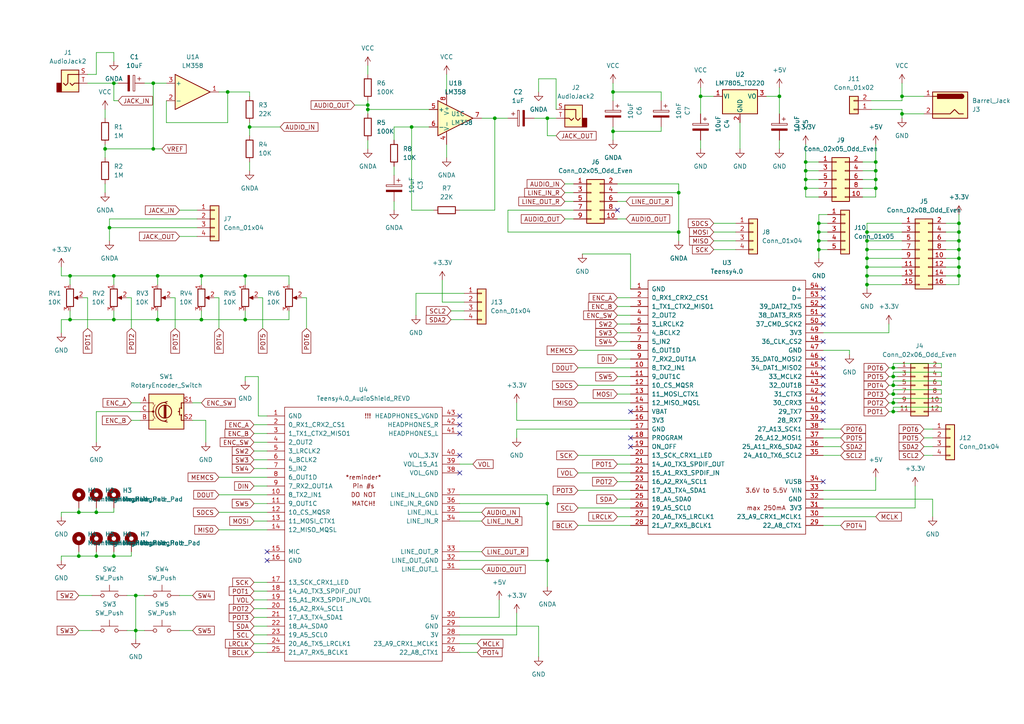
<source format=kicad_sch>
(kicad_sch (version 20230121) (generator eeschema)
  (paper "A4")
  (junction (at 106.68 31.75))
  (junction (at 251.46 67.31))
  (junction (at 254 49.53))
  (junction (at 39.37 172.72))
  (junction (at 251.46 80.01))
  (junction (at 44.45 24.13))
  (junction (at 66.04 26.67))
  (junction (at 20.32 92.71))
  (junction (at 158.75 146.05))
  (junction (at 44.45 43.18))
  (junction (at 45.72 92.71))
  (junction (at 31.75 66.04))
  (junction (at 196.85 67.31))
  (junction (at 27.94 161.29))
  (junction (at 278.13 74.93))
  (junction (at 254 54.61))
  (junction (at 33.02 92.71))
  (junction (at 233.68 49.53))
  (junction (at 196.85 55.88))
  (junction (at 259.08 109.22))
  (junction (at 58.42 92.71))
  (junction (at 251.46 69.85))
  (junction (at 143.51 34.29))
  (junction (at 20.32 80.01))
  (junction (at 30.48 43.18))
  (junction (at 158.75 34.29))
  (junction (at 237.49 69.85))
  (junction (at 203.2 27.94))
  (junction (at 278.13 80.01))
  (junction (at 261.62 33.02))
  (junction (at 177.8 26.67))
  (junction (at 278.13 67.31))
  (junction (at 226.06 27.94))
  (junction (at 233.68 46.99))
  (junction (at 177.8 38.1))
  (junction (at 254 52.07))
  (junction (at 45.72 80.01))
  (junction (at 237.49 67.31))
  (junction (at 259.08 106.68))
  (junction (at 278.13 72.39))
  (junction (at 71.12 92.71))
  (junction (at 233.68 54.61))
  (junction (at 106.68 30.48))
  (junction (at 33.02 161.29))
  (junction (at 254 46.99))
  (junction (at 119.38 36.83))
  (junction (at 27.94 148.59))
  (junction (at 278.13 64.77))
  (junction (at 237.49 72.39))
  (junction (at 71.12 80.01))
  (junction (at 158.75 162.56))
  (junction (at 39.37 182.88))
  (junction (at 259.08 116.84))
  (junction (at 33.02 80.01))
  (junction (at 251.46 74.93))
  (junction (at 22.86 148.59))
  (junction (at 22.86 161.29))
  (junction (at 251.46 77.47))
  (junction (at 278.13 69.85))
  (junction (at 58.42 80.01))
  (junction (at 259.08 111.76))
  (junction (at 251.46 82.55))
  (junction (at 278.13 77.47))
  (junction (at 259.08 114.3))
  (junction (at 251.46 72.39))
  (junction (at 233.68 52.07))
  (junction (at 259.08 119.38))
  (junction (at 33.02 24.13))
  (junction (at 72.39 36.83))
  (junction (at 261.62 27.94))
  (junction (at 237.49 64.77))
  (no_connect (at 238.76 104.14))
  (no_connect (at 238.76 114.3))
  (no_connect (at 238.76 86.36))
  (no_connect (at 238.76 88.9))
  (no_connect (at 238.76 83.82))
  (no_connect (at 238.76 93.98))
  (no_connect (at 179.07 60.96))
  (no_connect (at 182.88 119.38))
  (no_connect (at 182.88 129.54))
  (no_connect (at 238.76 116.84))
  (no_connect (at 133.35 123.19))
  (no_connect (at 238.76 111.76))
  (no_connect (at 238.76 109.22))
  (no_connect (at 238.76 119.38))
  (no_connect (at 238.76 121.92))
  (no_connect (at 77.47 162.56))
  (no_connect (at 238.76 106.68))
  (no_connect (at 133.35 132.08))
  (no_connect (at 133.35 137.16))
  (no_connect (at 238.76 139.7))
  (no_connect (at 182.88 127))
  (no_connect (at 238.76 91.44))
  (no_connect (at 77.47 160.02))
  (no_connect (at 133.35 120.65))
  (no_connect (at 133.35 125.73))
  (no_connect (at 238.76 99.06))
  (wire (pts (xy 39.37 182.88) (xy 39.37 185.42)))
  (wire (pts (xy 44.45 43.18) (xy 30.48 43.18)))
  (wire (pts (xy 83.82 80.01) (xy 83.82 82.55)))
  (wire (pts (xy 130.81 92.71) (xy 134.62 92.71)))
  (wire (pts (xy 179.07 88.9) (xy 182.88 88.9)))
  (wire (pts (xy 17.78 92.71) (xy 20.32 92.71)))
  (wire (pts (xy 273.05 109.22) (xy 273.05 107.95)))
  (wire (pts (xy 73.66 173.99) (xy 77.47 173.99)))
  (wire (pts (xy 72.39 36.83) (xy 72.39 39.37)))
  (wire (pts (xy 259.08 105.41) (xy 259.08 106.68)))
  (wire (pts (xy 41.91 172.72) (xy 39.37 172.72)))
  (wire (pts (xy 133.35 151.13) (xy 139.7 151.13)))
  (wire (pts (xy 267.97 124.46) (xy 270.51 124.46)))
  (wire (pts (xy 233.68 49.53) (xy 237.49 49.53)))
  (wire (pts (xy 72.39 46.99) (xy 72.39 49.53)))
  (wire (pts (xy 58.42 90.17) (xy 58.42 92.71)))
  (wire (pts (xy 48.26 35.56) (xy 66.04 35.56)))
  (wire (pts (xy 20.32 90.17) (xy 20.32 92.71)))
  (wire (pts (xy 73.66 146.05) (xy 77.47 146.05)))
  (wire (pts (xy 58.42 80.01) (xy 58.42 82.55)))
  (wire (pts (xy 257.81 119.38) (xy 259.08 119.38)))
  (wire (pts (xy 207.01 67.31) (xy 213.36 67.31)))
  (wire (pts (xy 106.68 31.75) (xy 124.46 31.75)))
  (wire (pts (xy 179.07 104.14) (xy 182.88 104.14)))
  (wire (pts (xy 251.46 72.39) (xy 261.62 72.39)))
  (wire (pts (xy 27.94 147.32) (xy 27.94 148.59)))
  (wire (pts (xy 133.35 186.69) (xy 138.43 186.69)))
  (wire (pts (xy 273.05 113.03) (xy 259.08 113.03)))
  (wire (pts (xy 273.05 118.11) (xy 259.08 118.11)))
  (wire (pts (xy 161.29 39.37) (xy 158.75 39.37)))
  (wire (pts (xy 63.5 148.59) (xy 77.47 148.59)))
  (wire (pts (xy 254 49.53) (xy 254 46.99)))
  (wire (pts (xy 163.83 53.34) (xy 166.37 53.34)))
  (wire (pts (xy 237.49 67.31) (xy 240.03 67.31)))
  (wire (pts (xy 45.72 80.01) (xy 45.72 82.55)))
  (wire (pts (xy 39.37 172.72) (xy 39.37 182.88)))
  (wire (pts (xy 257.81 96.52) (xy 257.81 93.98)))
  (wire (pts (xy 58.42 80.01) (xy 71.12 80.01)))
  (wire (pts (xy 274.32 72.39) (xy 278.13 72.39)))
  (wire (pts (xy 254 52.07) (xy 254 49.53)))
  (wire (pts (xy 166.37 60.96) (xy 147.32 60.96)))
  (wire (pts (xy 259.08 119.38) (xy 260.35 119.38)))
  (wire (pts (xy 63.5 153.67) (xy 77.47 153.67)))
  (wire (pts (xy 257.81 116.84) (xy 259.08 116.84)))
  (wire (pts (xy 158.75 146.05) (xy 158.75 162.56)))
  (wire (pts (xy 38.1 160.02) (xy 38.1 161.29)))
  (wire (pts (xy 207.01 72.39) (xy 213.36 72.39)))
  (wire (pts (xy 149.86 177.8) (xy 149.86 184.15)))
  (wire (pts (xy 33.02 80.01) (xy 33.02 82.55)))
  (wire (pts (xy 17.78 161.29) (xy 17.78 162.56)))
  (wire (pts (xy 33.02 148.59) (xy 27.94 148.59)))
  (wire (pts (xy 73.66 151.13) (xy 77.47 151.13)))
  (wire (pts (xy 106.68 30.48) (xy 106.68 31.75)))
  (wire (pts (xy 179.07 139.7) (xy 182.88 139.7)))
  (wire (pts (xy 31.75 66.04) (xy 31.75 69.85)))
  (wire (pts (xy 191.77 26.67) (xy 177.8 26.67)))
  (wire (pts (xy 222.25 27.94) (xy 226.06 27.94)))
  (wire (pts (xy 163.83 63.5) (xy 166.37 63.5)))
  (wire (pts (xy 73.66 181.61) (xy 77.47 181.61)))
  (wire (pts (xy 237.49 67.31) (xy 237.49 69.85)))
  (wire (pts (xy 133.35 134.62) (xy 137.16 134.62)))
  (wire (pts (xy 50.8 86.36) (xy 49.53 86.36)))
  (wire (pts (xy 114.3 48.26) (xy 114.3 50.8)))
  (wire (pts (xy 73.66 130.81) (xy 77.47 130.81)))
  (wire (pts (xy 261.62 31.75) (xy 261.62 33.02)))
  (wire (pts (xy 261.62 33.02) (xy 261.62 34.29)))
  (wire (pts (xy 158.75 143.51) (xy 158.75 146.05)))
  (wire (pts (xy 66.04 35.56) (xy 66.04 26.67)))
  (wire (pts (xy 250.19 57.15) (xy 254 57.15)))
  (wire (pts (xy 191.77 38.1) (xy 177.8 38.1)))
  (wire (pts (xy 254 54.61) (xy 254 52.07)))
  (wire (pts (xy 73.66 135.89) (xy 77.47 135.89)))
  (wire (pts (xy 237.49 69.85) (xy 240.03 69.85)))
  (wire (pts (xy 278.13 64.77) (xy 278.13 67.31)))
  (wire (pts (xy 257.81 109.22) (xy 259.08 109.22)))
  (wire (pts (xy 238.76 152.4) (xy 243.84 152.4)))
  (wire (pts (xy 44.45 43.18) (xy 46.99 43.18)))
  (wire (pts (xy 124.46 36.83) (xy 119.38 36.83)))
  (wire (pts (xy 196.85 67.31) (xy 196.85 69.85)))
  (wire (pts (xy 257.81 111.76) (xy 259.08 111.76)))
  (wire (pts (xy 252.73 31.75) (xy 261.62 31.75)))
  (wire (pts (xy 22.86 182.88) (xy 26.67 182.88)))
  (wire (pts (xy 88.9 95.25) (xy 88.9 86.36)))
  (wire (pts (xy 259.08 107.95) (xy 259.08 109.22)))
  (wire (pts (xy 233.68 54.61) (xy 237.49 54.61)))
  (wire (pts (xy 76.2 86.36) (xy 74.93 86.36)))
  (wire (pts (xy 273.05 107.95) (xy 259.08 107.95)))
  (wire (pts (xy 237.49 69.85) (xy 237.49 72.39)))
  (wire (pts (xy 278.13 67.31) (xy 278.13 69.85)))
  (wire (pts (xy 33.02 147.32) (xy 33.02 148.59)))
  (wire (pts (xy 133.35 181.61) (xy 156.21 181.61)))
  (wire (pts (xy 17.78 77.47) (xy 17.78 80.01)))
  (wire (pts (xy 238.76 96.52) (xy 257.81 96.52)))
  (wire (pts (xy 144.78 173.99) (xy 144.78 179.07)))
  (wire (pts (xy 114.3 36.83) (xy 119.38 36.83)))
  (wire (pts (xy 179.07 91.44) (xy 182.88 91.44)))
  (wire (pts (xy 179.07 96.52) (xy 182.88 96.52)))
  (wire (pts (xy 40.64 119.38) (xy 27.94 119.38)))
  (wire (pts (xy 226.06 40.64) (xy 226.06 43.18)))
  (wire (pts (xy 273.05 111.76) (xy 273.05 110.49)))
  (wire (pts (xy 63.5 95.25) (xy 63.5 86.36)))
  (wire (pts (xy 273.05 119.38) (xy 273.05 118.11)))
  (wire (pts (xy 179.07 114.3) (xy 182.88 114.3)))
  (wire (pts (xy 273.05 115.57) (xy 259.08 115.57)))
  (wire (pts (xy 161.29 31.75) (xy 161.29 22.86)))
  (wire (pts (xy 261.62 24.13) (xy 261.62 27.94)))
  (wire (pts (xy 33.02 15.24) (xy 33.02 17.78)))
  (wire (pts (xy 133.35 160.02) (xy 139.7 160.02)))
  (wire (pts (xy 167.64 106.68) (xy 182.88 106.68)))
  (wire (pts (xy 73.66 128.27) (xy 77.47 128.27)))
  (wire (pts (xy 73.66 168.91) (xy 77.47 168.91)))
  (wire (pts (xy 177.8 26.67) (xy 177.8 29.21)))
  (wire (pts (xy 167.64 111.76) (xy 182.88 111.76)))
  (wire (pts (xy 226.06 27.94) (xy 226.06 33.02)))
  (wire (pts (xy 274.32 64.77) (xy 278.13 64.77)))
  (wire (pts (xy 167.64 132.08) (xy 182.88 132.08)))
  (wire (pts (xy 72.39 35.56) (xy 72.39 36.83)))
  (wire (pts (xy 73.66 125.73) (xy 77.47 125.73)))
  (wire (pts (xy 179.07 93.98) (xy 182.88 93.98)))
  (wire (pts (xy 63.5 86.36) (xy 62.23 86.36)))
  (wire (pts (xy 261.62 27.94) (xy 267.97 27.94)))
  (wire (pts (xy 33.02 161.29) (xy 27.94 161.29)))
  (wire (pts (xy 73.66 123.19) (xy 77.47 123.19)))
  (wire (pts (xy 261.62 27.94) (xy 261.62 29.21)))
  (wire (pts (xy 156.21 181.61) (xy 156.21 190.5)))
  (wire (pts (xy 257.81 106.68) (xy 259.08 106.68)))
  (wire (pts (xy 251.46 72.39) (xy 251.46 74.93)))
  (wire (pts (xy 133.35 165.1) (xy 139.7 165.1)))
  (wire (pts (xy 120.65 85.09) (xy 120.65 91.44)))
  (wire (pts (xy 179.07 58.42) (xy 181.61 58.42)))
  (wire (pts (xy 238.76 132.08) (xy 243.84 132.08)))
  (wire (pts (xy 233.68 52.07) (xy 237.49 52.07)))
  (wire (pts (xy 134.62 85.09) (xy 120.65 85.09)))
  (wire (pts (xy 274.32 67.31) (xy 278.13 67.31)))
  (wire (pts (xy 44.45 24.13) (xy 44.45 43.18)))
  (wire (pts (xy 238.76 101.6) (xy 246.38 101.6)))
  (wire (pts (xy 52.07 172.72) (xy 55.88 172.72)))
  (wire (pts (xy 196.85 53.34) (xy 196.85 55.88)))
  (wire (pts (xy 149.86 184.15) (xy 133.35 184.15)))
  (wire (pts (xy 17.78 148.59) (xy 17.78 149.86)))
  (wire (pts (xy 254 57.15) (xy 254 54.61)))
  (wire (pts (xy 251.46 64.77) (xy 251.46 67.31)))
  (wire (pts (xy 167.64 116.84) (xy 182.88 116.84)))
  (wire (pts (xy 133.35 189.23) (xy 138.43 189.23)))
  (wire (pts (xy 41.91 24.13) (xy 44.45 24.13)))
  (wire (pts (xy 251.46 69.85) (xy 251.46 72.39)))
  (wire (pts (xy 149.86 121.92) (xy 149.86 116.84)))
  (wire (pts (xy 278.13 74.93) (xy 278.13 77.47)))
  (wire (pts (xy 130.81 90.17) (xy 134.62 90.17)))
  (wire (pts (xy 20.32 80.01) (xy 33.02 80.01)))
  (wire (pts (xy 251.46 74.93) (xy 261.62 74.93)))
  (wire (pts (xy 22.86 147.32) (xy 22.86 148.59)))
  (wire (pts (xy 251.46 77.47) (xy 261.62 77.47)))
  (wire (pts (xy 58.42 92.71) (xy 71.12 92.71)))
  (wire (pts (xy 71.12 80.01) (xy 71.12 82.55)))
  (wire (pts (xy 273.05 114.3) (xy 273.05 113.03)))
  (wire (pts (xy 179.07 53.34) (xy 196.85 53.34)))
  (wire (pts (xy 177.8 38.1) (xy 177.8 40.64)))
  (wire (pts (xy 273.05 105.41) (xy 259.08 105.41)))
  (wire (pts (xy 106.68 29.21) (xy 106.68 30.48)))
  (wire (pts (xy 267.97 132.08) (xy 270.51 132.08)))
  (wire (pts (xy 251.46 80.01) (xy 251.46 82.55)))
  (wire (pts (xy 128.27 87.63) (xy 128.27 81.28)))
  (wire (pts (xy 179.07 144.78) (xy 182.88 144.78)))
  (wire (pts (xy 251.46 67.31) (xy 261.62 67.31)))
  (wire (pts (xy 48.26 29.21) (xy 48.26 35.56)))
  (wire (pts (xy 203.2 27.94) (xy 203.2 33.02)))
  (wire (pts (xy 106.68 40.64) (xy 106.68 43.18)))
  (wire (pts (xy 17.78 80.01) (xy 20.32 80.01)))
  (wire (pts (xy 119.38 36.83) (xy 119.38 60.96)))
  (wire (pts (xy 33.02 24.13) (xy 34.29 24.13)))
  (wire (pts (xy 31.75 66.04) (xy 57.15 66.04)))
  (wire (pts (xy 133.35 60.96) (xy 143.51 60.96)))
  (wire (pts (xy 240.03 62.23) (xy 237.49 62.23)))
  (wire (pts (xy 77.47 120.65) (xy 74.93 120.65)))
  (wire (pts (xy 257.81 114.3) (xy 259.08 114.3)))
  (wire (pts (xy 207.01 69.85) (xy 213.36 69.85)))
  (wire (pts (xy 191.77 29.21) (xy 191.77 26.67)))
  (wire (pts (xy 179.07 86.36) (xy 182.88 86.36)))
  (wire (pts (xy 88.9 86.36) (xy 87.63 86.36)))
  (wire (pts (xy 274.32 77.47) (xy 278.13 77.47)))
  (wire (pts (xy 38.1 95.25) (xy 38.1 86.36)))
  (wire (pts (xy 38.1 86.36) (xy 36.83 86.36)))
  (wire (pts (xy 33.02 92.71) (xy 45.72 92.71)))
  (wire (pts (xy 273.05 110.49) (xy 259.08 110.49)))
  (wire (pts (xy 167.64 142.24) (xy 182.88 142.24)))
  (wire (pts (xy 25.4 24.13) (xy 33.02 24.13)))
  (wire (pts (xy 259.08 116.84) (xy 260.35 116.84)))
  (wire (pts (xy 38.1 121.92) (xy 40.64 121.92)))
  (wire (pts (xy 33.02 29.21) (xy 33.02 24.13)))
  (wire (pts (xy 251.46 77.47) (xy 251.46 80.01)))
  (wire (pts (xy 261.62 64.77) (xy 251.46 64.77)))
  (wire (pts (xy 261.62 33.02) (xy 267.97 33.02)))
  (wire (pts (xy 36.83 182.88) (xy 39.37 182.88)))
  (wire (pts (xy 254 142.24) (xy 254 138.43)))
  (wire (pts (xy 167.64 137.16) (xy 182.88 137.16)))
  (wire (pts (xy 17.78 92.71) (xy 17.78 96.52)))
  (wire (pts (xy 147.32 67.31) (xy 196.85 67.31)))
  (wire (pts (xy 71.12 90.17) (xy 71.12 92.71)))
  (wire (pts (xy 238.76 127) (xy 243.84 127)))
  (wire (pts (xy 259.08 113.03) (xy 259.08 114.3)))
  (wire (pts (xy 250.19 46.99) (xy 254 46.99)))
  (wire (pts (xy 267.97 129.54) (xy 270.51 129.54)))
  (wire (pts (xy 133.35 146.05) (xy 158.75 146.05)))
  (wire (pts (xy 203.2 27.94) (xy 207.01 27.94)))
  (wire (pts (xy 251.46 74.93) (xy 251.46 77.47)))
  (wire (pts (xy 203.2 40.64) (xy 203.2 43.18)))
  (wire (pts (xy 149.86 124.46) (xy 149.86 127)))
  (wire (pts (xy 163.83 55.88) (xy 166.37 55.88)))
  (wire (pts (xy 30.48 31.75) (xy 30.48 34.29)))
  (wire (pts (xy 34.29 29.21) (xy 33.02 29.21)))
  (wire (pts (xy 139.7 34.29) (xy 143.51 34.29)))
  (wire (pts (xy 182.88 83.82) (xy 182.88 73.66)))
  (wire (pts (xy 233.68 46.99) (xy 237.49 46.99)))
  (wire (pts (xy 133.35 148.59) (xy 139.7 148.59)))
  (wire (pts (xy 73.66 176.53) (xy 77.47 176.53)))
  (wire (pts (xy 55.88 121.92) (xy 59.69 121.92)))
  (wire (pts (xy 259.08 115.57) (xy 259.08 116.84)))
  (wire (pts (xy 182.88 121.92) (xy 149.86 121.92)))
  (wire (pts (xy 63.5 143.51) (xy 77.47 143.51)))
  (wire (pts (xy 27.94 161.29) (xy 22.86 161.29)))
  (wire (pts (xy 238.76 142.24) (xy 254 142.24)))
  (wire (pts (xy 22.86 161.29) (xy 17.78 161.29)))
  (wire (pts (xy 252.73 29.21) (xy 261.62 29.21)))
  (wire (pts (xy 238.76 149.86) (xy 254 149.86)))
  (wire (pts (xy 167.64 147.32) (xy 182.88 147.32)))
  (wire (pts (xy 158.75 34.29) (xy 158.75 39.37)))
  (wire (pts (xy 161.29 22.86) (xy 156.21 22.86)))
  (wire (pts (xy 237.49 72.39) (xy 237.49 74.93)))
  (wire (pts (xy 259.08 109.22) (xy 260.35 109.22)))
  (wire (pts (xy 179.07 134.62) (xy 182.88 134.62)))
  (wire (pts (xy 71.12 92.71) (xy 83.82 92.71)))
  (wire (pts (xy 238.76 129.54) (xy 243.84 129.54)))
  (wire (pts (xy 63.5 138.43) (xy 77.47 138.43)))
  (wire (pts (xy 134.62 87.63) (xy 128.27 87.63)))
  (wire (pts (xy 251.46 82.55) (xy 261.62 82.55)))
  (wire (pts (xy 27.94 148.59) (xy 22.86 148.59)))
  (wire (pts (xy 20.32 92.71) (xy 33.02 92.71)))
  (wire (pts (xy 207.01 64.77) (xy 213.36 64.77)))
  (wire (pts (xy 72.39 36.83) (xy 81.28 36.83)))
  (wire (pts (xy 25.4 21.59) (xy 27.94 21.59)))
  (wire (pts (xy 38.1 116.84) (xy 40.64 116.84)))
  (wire (pts (xy 233.68 54.61) (xy 233.68 52.07)))
  (wire (pts (xy 27.94 160.02) (xy 27.94 161.29)))
  (wire (pts (xy 33.02 80.01) (xy 45.72 80.01)))
  (wire (pts (xy 129.54 41.91) (xy 129.54 45.72)))
  (wire (pts (xy 30.48 43.18) (xy 30.48 45.72)))
  (wire (pts (xy 114.3 58.42) (xy 114.3 60.96)))
  (wire (pts (xy 63.5 26.67) (xy 66.04 26.67)))
  (wire (pts (xy 259.08 111.76) (xy 260.35 111.76)))
  (wire (pts (xy 45.72 90.17) (xy 45.72 92.71)))
  (wire (pts (xy 144.78 179.07) (xy 133.35 179.07)))
  (wire (pts (xy 83.82 92.71) (xy 83.82 90.17)))
  (wire (pts (xy 45.72 92.71) (xy 58.42 92.71)))
  (wire (pts (xy 273.05 106.68) (xy 273.05 105.41)))
  (wire (pts (xy 74.93 120.65) (xy 74.93 109.22)))
  (wire (pts (xy 71.12 109.22) (xy 71.12 110.49)))
  (wire (pts (xy 156.21 22.86) (xy 156.21 26.67)))
  (wire (pts (xy 251.46 82.55) (xy 251.46 83.82)))
  (wire (pts (xy 251.46 67.31) (xy 251.46 69.85)))
  (wire (pts (xy 30.48 41.91) (xy 30.48 43.18)))
  (wire (pts (xy 237.49 64.77) (xy 240.03 64.77)))
  (wire (pts (xy 106.68 19.05) (xy 106.68 21.59)))
  (wire (pts (xy 66.04 26.67) (xy 72.39 26.67)))
  (wire (pts (xy 278.13 69.85) (xy 278.13 72.39)))
  (wire (pts (xy 133.35 143.51) (xy 158.75 143.51)))
  (wire (pts (xy 179.07 63.5) (xy 181.61 63.5)))
  (wire (pts (xy 278.13 82.55) (xy 274.32 82.55)))
  (wire (pts (xy 158.75 34.29) (xy 161.29 34.29)))
  (wire (pts (xy 177.8 36.83) (xy 177.8 38.1)))
  (wire (pts (xy 22.86 172.72) (xy 26.67 172.72)))
  (wire (pts (xy 273.05 116.84) (xy 273.05 115.57)))
  (wire (pts (xy 259.08 118.11) (xy 259.08 119.38)))
  (wire (pts (xy 73.66 179.07) (xy 77.47 179.07)))
  (wire (pts (xy 254 46.99) (xy 254 41.91)))
  (wire (pts (xy 102.87 30.48) (xy 106.68 30.48)))
  (wire (pts (xy 33.02 90.17) (xy 33.02 92.71)))
  (wire (pts (xy 251.46 69.85) (xy 261.62 69.85)))
  (wire (pts (xy 158.75 162.56) (xy 158.75 170.18)))
  (wire (pts (xy 39.37 182.88) (xy 41.91 182.88)))
  (wire (pts (xy 233.68 52.07) (xy 233.68 49.53)))
  (wire (pts (xy 265.43 147.32) (xy 265.43 140.97)))
  (wire (pts (xy 259.08 110.49) (xy 259.08 111.76)))
  (wire (pts (xy 250.19 52.07) (xy 254 52.07)))
  (wire (pts (xy 278.13 77.47) (xy 278.13 80.01)))
  (wire (pts (xy 274.32 69.85) (xy 278.13 69.85)))
  (wire (pts (xy 72.39 26.67) (xy 72.39 27.94)))
  (wire (pts (xy 250.19 49.53) (xy 254 49.53)))
  (wire (pts (xy 154.94 34.29) (xy 158.75 34.29)))
  (wire (pts (xy 27.94 15.24) (xy 33.02 15.24)))
  (wire (pts (xy 179.07 99.06) (xy 182.88 99.06)))
  (wire (pts (xy 27.94 119.38) (xy 27.94 128.27)))
  (wire (pts (xy 182.88 124.46) (xy 149.86 124.46)))
  (wire (pts (xy 259.08 106.68) (xy 260.35 106.68)))
  (wire (pts (xy 167.64 101.6) (xy 182.88 101.6)))
  (wire (pts (xy 25.4 95.25) (xy 25.4 86.36)))
  (wire (pts (xy 179.07 55.88) (xy 196.85 55.88)))
  (wire (pts (xy 179.07 109.22) (xy 182.88 109.22)))
  (wire (pts (xy 278.13 80.01) (xy 278.13 82.55)))
  (wire (pts (xy 38.1 161.29) (xy 33.02 161.29)))
  (wire (pts (xy 74.93 109.22) (xy 71.12 109.22)))
  (wire (pts (xy 143.51 60.96) (xy 143.51 34.29)))
  (wire (pts (xy 177.8 24.13) (xy 177.8 26.67)))
  (wire (pts (xy 196.85 55.88) (xy 196.85 67.31)))
  (wire (pts (xy 52.07 182.88) (xy 55.88 182.88)))
  (wire (pts (xy 143.51 34.29) (xy 147.32 34.29)))
  (wire (pts (xy 133.35 162.56) (xy 158.75 162.56)))
  (wire (pts (xy 106.68 31.75) (xy 106.68 33.02)))
  (wire (pts (xy 73.66 171.45) (xy 77.47 171.45)))
  (wire (pts (xy 270.51 144.78) (xy 270.51 149.86)))
  (wire (pts (xy 147.32 60.96) (xy 147.32 67.31)))
  (wire (pts (xy 76.2 95.25) (xy 76.2 86.36)))
  (wire (pts (xy 237.49 64.77) (xy 237.49 67.31)))
  (wire (pts (xy 179.07 149.86) (xy 182.88 149.86)))
  (wire (pts (xy 22.86 160.02) (xy 22.86 161.29)))
  (wire (pts (xy 259.08 114.3) (xy 260.35 114.3)))
  (wire (pts (xy 167.64 152.4) (xy 182.88 152.4)))
  (wire (pts (xy 25.4 86.36) (xy 24.13 86.36)))
  (wire (pts (xy 233.68 46.99) (xy 233.68 41.91)))
  (wire (pts (xy 59.69 121.92) (xy 59.69 128.27)))
  (wire (pts (xy 50.8 95.25) (xy 50.8 86.36)))
  (wire (pts (xy 237.49 57.15) (xy 233.68 57.15)))
  (wire (pts (xy 267.97 127) (xy 270.51 127)))
  (wire (pts (xy 36.83 172.72) (xy 39.37 172.72)))
  (wire (pts (xy 71.12 80.01) (xy 83.82 80.01)))
  (wire (pts (xy 233.68 57.15) (xy 233.68 54.61)))
  (wire (pts (xy 278.13 72.39) (xy 278.13 74.93)))
  (wire (pts (xy 237.49 72.39) (xy 240.03 72.39)))
  (wire (pts (xy 73.66 140.97) (xy 77.47 140.97)))
  (wire (pts (xy 203.2 25.4) (xy 203.2 27.94)))
  (wire (pts (xy 278.13 62.23) (xy 278.13 64.77)))
  (wire (pts (xy 182.88 73.66) (xy 168.91 73.66)))
  (wire (pts (xy 274.32 74.93) (xy 278.13 74.93)))
  (wire (pts (xy 73.66 133.35) (xy 77.47 133.35)))
  (wire (pts (xy 30.48 53.34) (xy 30.48 55.88)))
  (wire (pts (xy 73.66 184.15) (xy 77.47 184.15)))
  (wire (pts (xy 233.68 49.53) (xy 233.68 46.99)))
  (wire (pts (xy 129.54 21.59) (xy 129.54 26.67)))
  (wire (pts (xy 55.88 116.84) (xy 58.42 116.84)))
  (wire (pts (xy 20.32 80.01) (xy 20.32 82.55)))
  (wire (pts (xy 246.38 101.6) (xy 246.38 102.87)))
  (wire (pts (xy 237.49 62.23) (xy 237.49 64.77)))
  (wire (pts (xy 73.66 189.23) (xy 77.47 189.23)))
  (wire (pts (xy 119.38 60.96) (xy 125.73 60.96)))
  (wire (pts (xy 226.06 25.4) (xy 226.06 27.94)))
  (wire (pts (xy 52.07 68.58) (xy 57.15 68.58)))
  (wire (pts (xy 45.72 80.01) (xy 58.42 80.01)))
  (wire (pts (xy 73.66 186.69) (xy 77.47 186.69)))
  (wire (pts (xy 44.45 24.13) (xy 48.26 24.13)))
  (wire (pts (xy 274.32 80.01) (xy 278.13 80.01)))
  (wire (pts (xy 238.76 147.32) (xy 265.43 147.32)))
  (wire (pts (xy 251.46 80.01) (xy 261.62 80.01)))
  (wire (pts (xy 27.94 21.59) (xy 27.94 15.24)))
  (wire (pts (xy 191.77 36.83) (xy 191.77 38.1)))
  (wire (pts (xy 33.02 160.02) (xy 33.02 161.29)))
  (wire (pts (xy 238.76 144.78) (xy 270.51 144.78)))
  (wire (pts (xy 163.83 58.42) (xy 166.37 58.42)))
  (wire (pts (xy 238.76 124.46) (xy 243.84 124.46)))
  (wire (pts (xy 22.86 148.59) (xy 17.78 148.59)))
  (wire (pts (xy 31.75 63.5) (xy 31.75 66.04)))
  (wire (pts (xy 250.19 54.61) (xy 254 54.61)))
  (wire (pts (xy 214.63 35.56) (xy 214.63 43.18)))
  (wire (pts (xy 57.15 63.5) (xy 31.75 63.5)))
  (wire (pts (xy 114.3 40.64) (xy 114.3 36.83)))
  (wire (pts (xy 52.07 60.96) (xy 57.15 60.96)))
  (global_label "SDCS" (shape input) (at 207.01 64.77 180) (property "Intersheetrefs" "${INTERSHEET_REFS}" (effects hide)))
  (global_label "VREF" (shape input) (at 46.99 43.18 0) (property "Intersheetrefs" "${INTERSHEET_REFS}" (effects hide)))
  (global_label "DOUT" (shape input) (at 63.5 143.51 180) (property "Intersheetrefs" "${INTERSHEET_REFS}" (effects hide)))
  (global_label "SCK" (shape input) (at 207.01 72.39 180) (property "Intersheetrefs" "${INTERSHEET_REFS}" (effects hide)))
  (global_label "BCLK" (shape input) (at 73.66 189.23 180) (property "Intersheetrefs" "${INTERSHEET_REFS}" (effects hide)))
  (global_label "SW2" (shape input) (at 22.86 172.72 180) (property "Intersheetrefs" "${INTERSHEET_REFS}" (effects hide)))
  (global_label "JACK_IN" (shape input) (at 34.29 29.21 0) (property "Intersheetrefs" "${INTERSHEET_REFS}" (effects hide)))
  (global_label "SCL2" (shape input) (at 243.84 132.08 0) (property "Intersheetrefs" "${INTERSHEET_REFS}" (effects hide)))
  (global_label "ENC_SW" (shape input) (at 58.42 116.84 0) (property "Intersheetrefs" "${INTERSHEET_REFS}" (effects hide)))
  (global_label "POT3" (shape input) (at 257.81 114.3 180) (property "Intersheetrefs" "${INTERSHEET_REFS}" (effects hide)))
  (global_label "VOL" (shape input) (at 137.16 134.62 0) (property "Intersheetrefs" "${INTERSHEET_REFS}" (effects hide)))
  (global_label "LINE_OUT_R" (shape input) (at 163.83 58.42 180) (property "Intersheetrefs" "${INTERSHEET_REFS}" (effects hide)))
  (global_label "POT6" (shape input) (at 257.81 106.68 180) (property "Intersheetrefs" "${INTERSHEET_REFS}" (effects hide)))
  (global_label "POT2" (shape input) (at 73.66 176.53 180) (property "Intersheetrefs" "${INTERSHEET_REFS}" (effects hide)))
  (global_label "SCK" (shape input) (at 167.64 132.08 180) (property "Intersheetrefs" "${INTERSHEET_REFS}" (effects hide)))
  (global_label "MOSI" (shape input) (at 73.66 151.13 180) (property "Intersheetrefs" "${INTERSHEET_REFS}" (effects hide)))
  (global_label "ENC_SW" (shape input) (at 179.07 91.44 180) (property "Intersheetrefs" "${INTERSHEET_REFS}" (effects hide)))
  (global_label "AUDIO_OUT" (shape input) (at 102.87 30.48 180) (property "Intersheetrefs" "${INTERSHEET_REFS}" (effects hide)))
  (global_label "SW3" (shape input) (at 22.86 182.88 180) (property "Intersheetrefs" "${INTERSHEET_REFS}" (effects hide)))
  (global_label "SW4" (shape input) (at 73.66 135.89 180) (property "Intersheetrefs" "${INTERSHEET_REFS}" (effects hide)))
  (global_label "LRCLK" (shape input) (at 73.66 186.69 180) (property "Intersheetrefs" "${INTERSHEET_REFS}" (effects hide)))
  (global_label "MEMCS" (shape input) (at 167.64 101.6 180) (property "Intersheetrefs" "${INTERSHEET_REFS}" (effects hide)))
  (global_label "LINE_OUT_R" (shape input) (at 139.7 160.02 0) (property "Intersheetrefs" "${INTERSHEET_REFS}" (effects hide)))
  (global_label "POT3" (shape input) (at 73.66 179.07 180) (property "Intersheetrefs" "${INTERSHEET_REFS}" (effects hide)))
  (global_label "MOSI" (shape input) (at 179.07 114.3 180) (property "Intersheetrefs" "${INTERSHEET_REFS}" (effects hide)))
  (global_label "SW5" (shape input) (at 55.88 182.88 0) (property "Intersheetrefs" "${INTERSHEET_REFS}" (effects hide)))
  (global_label "ENC_A" (shape input) (at 38.1 116.84 180) (property "Intersheetrefs" "${INTERSHEET_REFS}" (effects hide)))
  (global_label "VOL" (shape input) (at 73.66 173.99 180) (property "Intersheetrefs" "${INTERSHEET_REFS}" (effects hide)))
  (global_label "ENC_SW" (shape input) (at 73.66 128.27 180) (property "Intersheetrefs" "${INTERSHEET_REFS}" (effects hide)))
  (global_label "SW2" (shape input) (at 179.07 93.98 180) (property "Intersheetrefs" "${INTERSHEET_REFS}" (effects hide)))
  (global_label "POT6" (shape input) (at 243.84 124.46 0) (property "Intersheetrefs" "${INTERSHEET_REFS}" (effects hide)))
  (global_label "SW5" (shape input) (at 179.07 109.22 180) (property "Intersheetrefs" "${INTERSHEET_REFS}" (effects hide)))
  (global_label "SW2" (shape input) (at 73.66 130.81 180) (property "Intersheetrefs" "${INTERSHEET_REFS}" (effects hide)))
  (global_label "POT5" (shape input) (at 257.81 109.22 180) (property "Intersheetrefs" "${INTERSHEET_REFS}" (effects hide)))
  (global_label "SW5" (shape input) (at 73.66 146.05 180) (property "Intersheetrefs" "${INTERSHEET_REFS}" (effects hide)))
  (global_label "AUDIO_OUT" (shape input) (at 139.7 165.1 0) (property "Intersheetrefs" "${INTERSHEET_REFS}" (effects hide)))
  (global_label "POT1" (shape input) (at 25.4 95.25 270) (property "Intersheetrefs" "${INTERSHEET_REFS}" (effects hide)))
  (global_label "SDCS" (shape input) (at 63.5 148.59 180) (property "Intersheetrefs" "${INTERSHEET_REFS}" (effects hide)))
  (global_label "POT3" (shape input) (at 167.64 142.24 180) (property "Intersheetrefs" "${INTERSHEET_REFS}" (effects hide)))
  (global_label "SCL" (shape input) (at 73.66 184.15 180) (property "Intersheetrefs" "${INTERSHEET_REFS}" (effects hide)))
  (global_label "SCK" (shape input) (at 73.66 168.91 180) (property "Intersheetrefs" "${INTERSHEET_REFS}" (effects hide)))
  (global_label "DOUT" (shape input) (at 167.64 106.68 180) (property "Intersheetrefs" "${INTERSHEET_REFS}" (effects hide)))
  (global_label "MEMCS" (shape input) (at 63.5 138.43 180) (property "Intersheetrefs" "${INTERSHEET_REFS}" (effects hide)))
  (global_label "ENC_B" (shape input) (at 38.1 121.92 180) (property "Intersheetrefs" "${INTERSHEET_REFS}" (effects hide)))
  (global_label "MISO" (shape input) (at 63.5 153.67 180) (property "Intersheetrefs" "${INTERSHEET_REFS}" (effects hide)))
  (global_label "SDA" (shape input) (at 179.07 144.78 180) (property "Intersheetrefs" "${INTERSHEET_REFS}" (effects hide)))
  (global_label "POT5" (shape input) (at 76.2 95.25 270) (property "Intersheetrefs" "${INTERSHEET_REFS}" (effects hide)))
  (global_label "SW3" (shape input) (at 179.07 96.52 180) (property "Intersheetrefs" "${INTERSHEET_REFS}" (effects hide)))
  (global_label "POT4" (shape input) (at 243.84 152.4 0) (property "Intersheetrefs" "${INTERSHEET_REFS}" (effects hide)))
  (global_label "SW3" (shape input) (at 73.66 133.35 180) (property "Intersheetrefs" "${INTERSHEET_REFS}" (effects hide)))
  (global_label "ENC_B" (shape input) (at 73.66 125.73 180) (property "Intersheetrefs" "${INTERSHEET_REFS}" (effects hide)))
  (global_label "SW4" (shape input) (at 55.88 172.72 0) (property "Intersheetrefs" "${INTERSHEET_REFS}" (effects hide)))
  (global_label "MISO" (shape input) (at 167.64 116.84 180) (property "Intersheetrefs" "${INTERSHEET_REFS}" (effects hide)))
  (global_label "AUDIO_IN" (shape input) (at 139.7 148.59 0) (property "Intersheetrefs" "${INTERSHEET_REFS}" (effects hide)))
  (global_label "POT6" (shape input) (at 88.9 95.25 270) (property "Intersheetrefs" "${INTERSHEET_REFS}" (effects hide)))
  (global_label "AUDIO_IN" (shape input) (at 163.83 53.34 180) (property "Intersheetrefs" "${INTERSHEET_REFS}" (effects hide)))
  (global_label "VOL" (shape input) (at 167.64 137.16 180) (property "Intersheetrefs" "${INTERSHEET_REFS}" (effects hide)))
  (global_label "LINE_IN_R" (shape input) (at 139.7 151.13 0) (property "Intersheetrefs" "${INTERSHEET_REFS}" (effects hide)))
  (global_label "SDA2" (shape input) (at 130.81 92.71 180) (property "Intersheetrefs" "${INTERSHEET_REFS}" (effects hide)))
  (global_label "LINE_OUT_R" (shape input) (at 181.61 58.42 0) (property "Intersheetrefs" "${INTERSHEET_REFS}" (effects hide)))
  (global_label "POT5" (shape input) (at 243.84 127 0) (property "Intersheetrefs" "${INTERSHEET_REFS}" (effects hide)))
  (global_label "POT3" (shape input) (at 50.8 95.25 270) (property "Intersheetrefs" "${INTERSHEET_REFS}" (effects hide)))
  (global_label "DIN" (shape input) (at 73.66 140.97 180) (property "Intersheetrefs" "${INTERSHEET_REFS}" (effects hide)))
  (global_label "DIN" (shape input) (at 179.07 104.14 180) (property "Intersheetrefs" "${INTERSHEET_REFS}" (effects hide)))
  (global_label "AUDIO_OUT" (shape input) (at 181.61 63.5 0) (property "Intersheetrefs" "${INTERSHEET_REFS}" (effects hide)))
  (global_label "AUDIO_IN" (shape input) (at 81.28 36.83 0) (property "Intersheetrefs" "${INTERSHEET_REFS}" (effects hide)))
  (global_label "ENC_A" (shape input) (at 179.07 86.36 180) (property "Intersheetrefs" "${INTERSHEET_REFS}" (effects hide)))
  (global_label "JACK_IN" (shape input) (at 52.07 60.96 180) (property "Intersheetrefs" "${INTERSHEET_REFS}" (effects hide)))
  (global_label "SDA2" (shape input) (at 243.84 129.54 0) (property "Intersheetrefs" "${INTERSHEET_REFS}" (effects hide)))
  (global_label "JACK_OUT" (shape input) (at 52.07 68.58 180) (property "Intersheetrefs" "${INTERSHEET_REFS}" (effects hide)))
  (global_label "SDA2" (shape input) (at 267.97 129.54 180) (property "Intersheetrefs" "${INTERSHEET_REFS}" (effects hide)))
  (global_label "SDCS" (shape input) (at 167.64 111.76 180) (property "Intersheetrefs" "${INTERSHEET_REFS}" (effects hide)))
  (global_label "AUDIO_OUT" (shape input) (at 163.83 63.5 180) (property "Intersheetrefs" "${INTERSHEET_REFS}" (effects hide)))
  (global_label "MISO" (shape input) (at 207.01 69.85 180) (property "Intersheetrefs" "${INTERSHEET_REFS}" (effects hide)))
  (global_label "ENC_A" (shape input) (at 73.66 123.19 180) (property "Intersheetrefs" "${INTERSHEET_REFS}" (effects hide)))
  (global_label "MOSI" (shape input) (at 207.01 67.31 180) (property "Intersheetrefs" "${INTERSHEET_REFS}" (effects hide)))
  (global_label "SCL2" (shape input) (at 267.97 132.08 180) (property "Intersheetrefs" "${INTERSHEET_REFS}" (effects hide)))
  (global_label "LRCLK" (shape input) (at 179.07 149.86 180) (property "Intersheetrefs" "${INTERSHEET_REFS}" (effects hide)))
  (global_label "BCLK" (shape input) (at 167.64 152.4 180) (property "Intersheetrefs" "${INTERSHEET_REFS}" (effects hide)))
  (global_label "POT1" (shape input) (at 179.07 134.62 180) (property "Intersheetrefs" "${INTERSHEET_REFS}" (effects hide)))
  (global_label "SCL2" (shape input) (at 130.81 90.17 180) (property "Intersheetrefs" "${INTERSHEET_REFS}" (effects hide)))
  (global_label "POT4" (shape input) (at 63.5 95.25 270) (property "Intersheetrefs" "${INTERSHEET_REFS}" (effects hide)))
  (global_label "LINE_IN_R" (shape input) (at 163.83 55.88 180) (property "Intersheetrefs" "${INTERSHEET_REFS}" (effects hide)))
  (global_label "MCLK" (shape input) (at 138.43 186.69 0) (property "Intersheetrefs" "${INTERSHEET_REFS}" (effects hide)))
  (global_label "ENC_B" (shape input) (at 179.07 88.9 180) (property "Intersheetrefs" "${INTERSHEET_REFS}" (effects hide)))
  (global_label "MCLK" (shape input) (at 254 149.86 0) (property "Intersheetrefs" "${INTERSHEET_REFS}" (effects hide)))
  (global_label "POT4" (shape input) (at 257.81 111.76 180) (property "Intersheetrefs" "${INTERSHEET_REFS}" (effects hide)))
  (global_label "POT5" (shape input) (at 267.97 127 180) (property "Intersheetrefs" "${INTERSHEET_REFS}" (effects hide)))
  (global_label "POT1" (shape input) (at 257.81 119.38 180) (property "Intersheetrefs" "${INTERSHEET_REFS}" (effects hide)))
  (global_label "SCL" (shape input) (at 167.64 147.32 180) (property "Intersheetrefs" "${INTERSHEET_REFS}" (effects hide)))
  (global_label "POT2" (shape input) (at 179.07 139.7 180) (property "Intersheetrefs" "${INTERSHEET_REFS}" (effects hide)))
  (global_label "POT6" (shape input) (at 267.97 124.46 180) (property "Intersheetrefs" "${INTERSHEET_REFS}" (effects hide)))
  (global_label "POT4" (shape input) (at 138.43 189.23 0) (property "Intersheetrefs" "${INTERSHEET_REFS}" (effects hide)))
  (global_label "SDA" (shape input) (at 73.66 181.61 180) (property "Intersheetrefs" "${INTERSHEET_REFS}" (effects hide)))
  (global_label "SW4" (shape input) (at 179.07 99.06 180) (property "Intersheetrefs" "${INTERSHEET_REFS}" (effects hide)))
  (global_label "JACK_OUT" (shape input) (at 161.29 39.37 0) (property "Intersheetrefs" "${INTERSHEET_REFS}" (effects hide)))
  (global_label "POT2" (shape input) (at 38.1 95.25 270) (property "Intersheetrefs" "${INTERSHEET_REFS}" (effects hide)))
  (global_label "POT2" (shape input) (at 257.81 116.84 180) (property "Intersheetrefs" "${INTERSHEET_REFS}" (effects hide)))
  (global_label "POT1" (shape input) (at 73.66 171.45 180) (property "Intersheetrefs" "${INTERSHEET_REFS}" (effects hide)))
  (symbol (lib_id "Device:R") (at 106.68 25.4 0) (unit 1)
    (property "Reference" "R6" (at 109.22 24.13 0) (effects (justify left)))
    (property "Value" "100K" (at 109.22 26.67 0) (effects (justify left)))
    (property "Footprint" "Resistor_THT:R_Axial_DIN0207_L6.3mm_D2.5mm_P7.62mm_Horizontal" (effects hide))
  )
  (symbol (lib_id "power:+5V") (at 144.78 173.99 0) (unit 1)
    (property "Reference" "#PWR031" (effects hide))
    (property "Value" "+5V" (at 144.78 168.91 0))
  )
  (symbol (lib_id "Device:RotaryEncoder_Switch") (at 48.26 119.38 0) (unit 1)
    (property "Reference" "SW1" (at 48.26 109.22 0))
    (property "Value" "RotaryEncoder_Switch" (at 48.26 111.76 0))
    (property "Footprint" "Rotary_Encoder:RotaryEncoder_Alps_EC11E-Switch_Vertical_H20mm" (effects hide))
  )
  (symbol (lib_id "power:GND") (at 246.38 102.87 0) (unit 1)
    (property "Reference" "#PWR021" (effects hide))
    (property "Value" "GND" (at 246.38 107.95 0))
  )
  (symbol (lib_id "power:GND") (at 168.91 73.66 0) (unit 1)
    (property "Reference" "#PWR018" (effects hide))
    (property "Value" "GND" (at 168.91 78.74 0))
  )
  (symbol (lib_id "power:+5V") (at 254 41.91 0) (unit 1)
    (property "Reference" "#PWR042" (effects hide))
    (property "Value" "+5V" (at 254 36.83 0))
  )
  (symbol (lib_id "power:VCC") (at 129.54 21.59 0) (unit 1)
    (property "Reference" "#PWR06" (effects hide))
    (property "Value" "VCC" (at 129.54 16.51 0))
  )
  (symbol (lib_id "Connector_Generic:Conn_02x05_Odd_Even") (at 242.57 52.07 0) (unit 1)
    (property "Reference" "J9" (at 243.84 40.64 0))
    (property "Value" "Conn_02x05_Odd_Even" (at 243.84 43.18 0))
    (property "Footprint" "Connector_PinHeader_2.54mm:PinHeader_2x05_P2.54mm_Vertical" (effects hide))
  )
  (symbol (lib_id "power:GND") (at 27.94 128.27 0) (unit 1)
    (property "Reference" "#PWR026" (effects hide))
    (property "Value" "GND" (at 27.94 133.35 0))
  )
  (symbol (lib_id "power:GND") (at 251.46 83.82 0) (unit 1)
    (property "Reference" "#PWR034" (effects hide))
    (property "Value" "GND" (at 251.46 88.9 0))
  )
  (symbol (lib_id "Device:C_Polarized") (at 151.13 34.29 90) (mirror x) (unit 1)
    (property "Reference" "C2" (at 150.241 26.67 90))
    (property "Value" "1uF" (at 150.241 29.21 90))
    (property "Footprint" "Capacitor_THT:CP_Radial_D4.0mm_P2.00mm" (effects hide))
  )
  (symbol (lib_id "Amplifier_Operational:LM358") (at 132.08 34.29 0) (unit 3)
    (property "Reference" "U1" (at 130.81 33.02 0) (effects (justify left)))
    (property "Value" "LM358" (at 130.81 35.56 0) (effects (justify left)))
    (property "Footprint" "Package_DIP:DIP-8_W7.62mm_Socket" (effects hide))
    (property "Datasheet" "http://www.ti.com/lit/ds/symlink/lm2904-n.pdf" (effects hide))
  )
  (symbol (lib_id "power:VCC") (at 203.2 25.4 0) (unit 1)
    (property "Reference" "#PWR014" (effects hide))
    (property "Value" "VCC" (at 203.2 20.32 0))
  )
  (symbol (lib_id "Connector:Barrel_Jack") (at 275.59 30.48 0) (mirror y) (unit 1)
    (property "Reference" "J3" (at 281.94 31.75 0) (effects (justify right)))
    (property "Value" "Barrel_Jack" (at 281.94 29.21 0) (effects (justify right)))
    (property "Footprint" "Connector_BarrelJack:BarrelJack_GCT_DCJ200-10-A_Horizontal" (effects hide))
  )
  (symbol (lib_id "Mechanical:MountingHole_Pad") (at 27.94 144.78 0) (unit 1)
    (property "Reference" "H2" (at 30.48 142.24 0) (effects (justify left)))
    (property "Value" "MountingHole_Pad" (at 30.48 144.78 0) (effects (justify left)))
    (property "Footprint" "MountingHole:MountingHole_4.3mm_M4_DIN965_Pad_TopBottom" (effects hide))
  )
  (symbol (lib_id "Connector:AudioJack2") (at 20.32 24.13 0) (unit 1)
    (property "Reference" "J1" (at 19.685 15.24 0))
    (property "Value" "AudioJack2" (at 19.685 17.78 0))
    (property "Footprint" "Connector_Audio:Jack_6.35mm_Neutrik_NMJ6HFD2-AU_Horizontal" (effects hide))
  )
  (symbol (lib_id "Mechanical:MountingHole_Pad") (at 22.86 144.78 0) (unit 1)
    (property "Reference" "H1" (at 25.4 142.24 0) (effects (justify left)))
    (property "Value" "MountingHole_Pad" (at 25.4 144.78 0) (effects (justify left)))
    (property "Footprint" "MountingHole:MountingHole_4.3mm_M4_DIN965_Pad_TopBottom" (effects hide))
  )
  (symbol (lib_id "Device:R_Potentiometer") (at 33.02 86.36 0) (unit 1)
    (property "Reference" "RV2" (at 30.48 85.09 0) (effects (justify right)))
    (property "Value" "10K" (at 30.48 87.63 0) (effects (justify right)))
    (property "Footprint" "Potentiometer_THT:Potentiometer_Bourns_PTV09A-1_Single_Vertical" (effects hide))
  )
  (symbol (lib_id "power:GND") (at 156.21 190.5 0) (unit 1)
    (property "Reference" "#PWR029" (effects hide))
    (property "Value" "GND" (at 156.21 195.58 0))
  )
  (symbol (lib_id "power:+3.3V") (at 278.13 62.23 0) (unit 1)
    (property "Reference" "#PWR033" (effects hide))
    (property "Value" "+3.3V" (at 278.13 57.15 0))
  )
  (symbol (lib_id "power:+3.3V") (at 17.78 77.47 0) (unit 1)
    (property "Reference" "#PWR039" (effects hide))
    (property "Value" "+3.3V" (at 17.78 72.39 0))
  )
  (symbol (lib_id "power:GND") (at 17.78 149.86 0) (unit 1)
    (property "Reference" "#PWR036" (effects hide))
    (property "Value" "GND" (at 17.78 154.94 0))
  )
  (symbol (lib_id "power:+3.3V") (at 149.86 177.8 0) (unit 1)
    (property "Reference" "#PWR032" (effects hide))
    (property "Value" "+3.3V" (at 149.86 172.72 0))
  )
  (symbol (lib_id "Device:C_Polarized") (at 203.2 36.83 0) (mirror y) (unit 1)
    (property "Reference" "C4" (at 210.82 35.941 90))
    (property "Value" "10uF" (at 208.28 35.941 90))
    (property "Footprint" "Capacitor_THT:CP_Radial_D4.0mm_P2.00mm" (effects hide))
  )
  (symbol (lib_id "power:GND") (at 59.69 128.27 0) (unit 1)
    (property "Reference" "#PWR027" (effects hide))
    (property "Value" "GND" (at 59.69 133.35 0))
  )
  (symbol (lib_id "Connector_Generic:Conn_02x08_Odd_Even") (at 266.7 72.39 0) (unit 1)
    (property "Reference" "J5" (at 267.97 58.42 0))
    (property "Value" "Conn_02x08_Odd_Even" (at 267.97 60.96 0))
    (property "Footprint" "Connector_PinHeader_2.54mm:PinHeader_2x08_P2.54mm_Vertical" (effects hide))
  )
  (symbol (lib_id "power:GNDA") (at 31.75 69.85 0) (unit 1)
    (property "Reference" "#PWR035" (effects hide))
    (property "Value" "GNDA" (at 31.75 74.93 0))
  )
  (symbol (lib_id "Amplifier_Operational:LM358") (at 132.08 34.29 0) (unit 2)
    (property "Reference" "U1" (at 132.08 24.13 0))
    (property "Value" "LM358" (at 132.08 26.67 0))
    (property "Footprint" "Package_DIP:DIP-8_W7.62mm_Socket" (effects hide))
    (property "Datasheet" "http://www.ti.com/lit/ds/symlink/lm2904-n.pdf" (effects hide))
  )
  (symbol (lib_id "Mechanical:MountingHole_Pad") (at 33.02 144.78 0) (unit 1)
    (property "Reference" "H3" (at 35.56 142.24 0) (effects (justify left)))
    (property "Value" "MountingHole_Pad" (at 35.56 144.78 0) (effects (justify left)))
    (property "Footprint" "MountingHole:MountingHole_4.3mm_M4_DIN965_Pad_TopBottom" (effects hide))
  )
  (symbol (lib_id "power:GND") (at 39.37 185.42 0) (unit 1)
    (property "Reference" "#PWR028" (effects hide))
    (property "Value" "GND" (at 39.37 190.5 0))
  )
  (symbol (lib_id "Device:R") (at 114.3 44.45 0) (unit 1)
    (property "Reference" "R8" (at 116.84 43.18 0) (effects (justify left)))
    (property "Value" "10K" (at 116.84 45.72 0) (effects (justify left)))
    (property "Footprint" "Resistor_THT:R_Axial_DIN0207_L6.3mm_D2.5mm_P7.62mm_Horizontal" (effects hide))
  )
  (symbol (lib_id "Mechanical:MountingHole_Pad") (at 27.94 157.48 0) (unit 1)
    (property "Reference" "H5" (at 30.48 154.94 0) (effects (justify left)))
    (property "Value" "MountingHole_Pad" (at 30.48 157.48 0) (effects (justify left)))
    (property "Footprint" "MountingHole:MountingHole_4.3mm_M4_DIN965_Pad_TopBottom" (effects hide))
  )
  (symbol (lib_id "Switch:SW_Push") (at 31.75 172.72 0) (unit 1)
    (property "Reference" "SW2" (at 31.75 165.1 0))
    (property "Value" "SW_Push" (at 31.75 167.64 0))
    (property "Footprint" "Button_Switch_THT:SW_PUSH_6mm" (effects hide))
  )
  (symbol (lib_id "power:GND") (at 261.62 34.29 0) (unit 1)
    (property "Reference" "#PWR016" (effects hide))
    (property "Value" "GND" (at 261.62 39.37 0))
  )
  (symbol (lib_id "Device:R") (at 72.39 31.75 0) (unit 1)
    (property "Reference" "R3" (at 74.93 30.48 0) (effects (justify left)))
    (property "Value" "22K" (at 74.93 33.02 0) (effects (justify left)))
    (property "Footprint" "Resistor_THT:R_Axial_DIN0207_L6.3mm_D2.5mm_P7.62mm_Horizontal" (effects hide))
  )
  (symbol (lib_id "power:GND") (at 71.12 110.49 0) (unit 1)
    (property "Reference" "#PWR030" (effects hide))
    (property "Value" "GND" (at 71.12 115.57 0))
  )
  (symbol (lib_id "Connector_Generic:Conn_02x06_Odd_Even") (at 265.43 111.76 0) (unit 1)
    (property "Reference" "J4" (at 266.7 100.33 0))
    (property "Value" "Conn_02x06_Odd_Even" (at 266.7 102.87 0))
    (property "Footprint" "Connector_PinHeader_2.54mm:PinHeader_2x06_P2.54mm_Vertical" (effects hide))
  )
  (symbol (lib_id "power:+5V") (at 226.06 25.4 0) (unit 1)
    (property "Reference" "#PWR015" (effects hide))
    (property "Value" "+5V" (at 226.06 20.32 0))
  )
  (symbol (lib_id "power:+3.3V") (at 265.43 140.97 0) (unit 1)
    (property "Reference" "#PWR024" (effects hide))
    (property "Value" "+3.3V" (at 265.43 135.89 0))
  )
  (symbol (lib_id "Device:R") (at 129.54 60.96 90) (unit 1)
    (property "Reference" "R7" (at 129.54 54.61 90))
    (property "Value" "22K" (at 129.54 57.15 90))
    (property "Footprint" "Resistor_THT:R_Axial_DIN0207_L6.3mm_D2.5mm_P7.62mm_Horizontal" (effects hide))
  )
  (symbol (lib_id "power:GNDA") (at 158.75 170.18 0) (unit 1)
    (property "Reference" "#PWR045" (effects hide))
    (property "Value" "GNDA" (at 158.75 175.26 0))
  )
  (symbol (lib_id "Device:R") (at 106.68 36.83 0) (unit 1)
    (property "Reference" "R5" (at 109.22 35.56 0) (effects (justify left)))
    (property "Value" "100K" (at 109.22 38.1 0) (effects (justify left)))
    (property "Footprint" "Resistor_THT:R_Axial_DIN0207_L6.3mm_D2.5mm_P7.62mm_Horizontal" (effects hide))
  )
  (symbol (lib_id "power:+3.3V") (at 257.81 93.98 0) (unit 1)
    (property "Reference" "#PWR025" (effects hide))
    (property "Value" "+3.3V" (at 257.81 88.9 0))
  )
  (symbol (lib_id "Connector_Generic:Conn_01x04") (at 218.44 67.31 0) (unit 1)
    (property "Reference" "J8" (at 220.98 67.31 0) (effects (justify left)))
    (property "Value" "Conn_01x04" (at 220.98 69.85 0) (effects (justify left)))
    (property "Footprint" "Connector_PinHeader_2.54mm:PinHeader_1x04_P2.54mm_Vertical" (effects hide))
  )
  (symbol (lib_id "teensy4.0_audioshield_revd:Teensy4.0_AudioShield_REVD") (at 105.41 154.94 0) (unit 1) (on_board no)
    (property "Reference" "U4" (at 105.41 113.03 0))
    (property "Value" "Teensy4.0_AudioShield_REVD" (at 105.41 115.57 0))
    (property "Footprint" "teensy_audio_shield:4.0audioshield" (effects hide))
  )
  (symbol (lib_id "power:GND") (at 120.65 91.44 0) (unit 1)
    (property "Reference" "#PWR044" (effects hide))
    (property "Value" "GND" (at 120.65 96.52 0))
  )
  (symbol (lib_id "Switch:SW_Push") (at 31.75 182.88 0) (unit 1)
    (property "Reference" "SW3" (at 31.75 175.26 0))
    (property "Value" "SW_Push" (at 31.75 177.8 0))
    (property "Footprint" "Button_Switch_THT:SW_PUSH_6mm" (effects hide))
  )
  (symbol (lib_id "Device:C_Polarized") (at 177.8 33.02 0) (mirror y) (unit 1)
    (property "Reference" "C6" (at 185.42 32.131 90))
    (property "Value" "10uF" (at 182.88 32.131 90))
    (property "Footprint" "Capacitor_THT:CP_Radial_D4.0mm_P2.00mm" (effects hide))
  )
  (symbol (lib_id "Device:R") (at 30.48 49.53 0) (unit 1)
    (property "Reference" "R2" (at 33.02 48.26 0) (effects (justify left)))
    (property "Value" "1M" (at 33.02 50.8 0) (effects (justify left)))
    (property "Footprint" "Resistor_THT:R_Axial_DIN0207_L6.3mm_D2.5mm_P7.62mm_Horizontal" (effects hide))
  )
  (symbol (lib_id "teensy:Teensy4.0") (at 210.82 118.11 0) (unit 1)
    (property "Reference" "U3" (at 210.82 76.2 0))
    (property "Value" "Teensy4.0" (at 210.82 78.74 0))
    (property "Footprint" "teensy:Teensy40_SMT" (effects hide))
  )
  (symbol (lib_id "Connector_Generic:Conn_01x04") (at 275.59 127 0) (unit 1)
    (property "Reference" "J12" (at 278.13 127 0) (effects (justify left)))
    (property "Value" "Conn_01x04" (at 278.13 129.54 0) (effects (justify left)))
    (property "Footprint" "Connector_PinHeader_2.54mm:PinHeader_1x04_P2.54mm_Vertical" (effects hide))
  )
  (symbol (lib_id "power:GNDA") (at 106.68 43.18 0) (unit 1)
    (property "Reference" "#PWR05" (effects hide))
    (property "Value" "GNDA" (at 106.68 48.26 0))
  )
  (symbol (lib_id "Mechanical:MountingHole_Pad") (at 33.02 157.48 0) (unit 1)
    (property "Reference" "H6" (at 35.56 154.94 0) (effects (justify left)))
    (property "Value" "MountingHole_Pad" (at 35.56 157.48 0) (effects (justify left)))
    (property "Footprint" "MountingHole:MountingHole_4.3mm_M4_DIN965_Pad_TopBottom" (effects hide))
  )
  (symbol (lib_id "Device:R_Potentiometer") (at 58.42 86.36 0) (unit 1)
    (property "Reference" "RV4" (at 55.88 85.09 0) (effects (justify right)))
    (property "Value" "10K" (at 55.88 87.63 0) (effects (justify right)))
    (property "Footprint" "Potentiometer_THT:Potentiometer_Bourns_PTV09A-1_Single_Vertical" (effects hide))
  )
  (symbol (lib_id "power:GNDA") (at 129.54 45.72 0) (unit 1)
    (property "Reference" "#PWR07" (effects hide))
    (property "Value" "GNDA" (at 129.54 50.8 0))
  )
  (symbol (lib_id "power:GNDA") (at 72.39 49.53 0) (unit 1)
    (property "Reference" "#PWR03" (effects hide))
    (property "Value" "GNDA" (at 72.39 54.61 0))
  )
  (symbol (lib_id "Device:R_Potentiometer") (at 83.82 86.36 0) (unit 1)
    (property "Reference" "RV6" (at 81.28 85.09 0) (effects (justify right)))
    (property "Value" "10K" (at 81.28 87.63 0) (effects (justify right)))
    (property "Footprint" "Potentiometer_THT:Potentiometer_Bourns_PTV09A-1_Single_Vertical" (effects hide))
  )
  (symbol (lib_id "power:+3.3V") (at 128.27 81.28 0) (unit 1)
    (property "Reference" "#PWR043" (effects hide))
    (property "Value" "+3.3V" (at 128.27 76.2 0))
  )
  (symbol (lib_id "Switch:SW_Push") (at 46.99 172.72 0) (unit 1)
    (property "Reference" "SW4" (at 46.99 165.1 0))
    (property "Value" "SW_Push" (at 46.99 167.64 0))
    (property "Footprint" "Button_Switch_THT:SW_PUSH_6mm" (effects hide))
  )
  (symbol (lib_id "Connector_Generic:Conn_02x05_Odd_Even") (at 171.45 58.42 0) (unit 1)
    (property "Reference" "J6" (at 172.72 46.99 0))
    (property "Value" "Conn_02x05_Odd_Even" (at 172.72 49.53 0))
    (property "Footprint" "Connector_PinHeader_2.54mm:PinHeader_2x05_P2.54mm_Vertical" (effects hide))
  )
  (symbol (lib_id "power:GND") (at 149.86 127 0) (unit 1)
    (property "Reference" "#PWR020" (effects hide))
    (property "Value" "GND" (at 149.86 132.08 0))
  )
  (symbol (lib_id "Device:R") (at 72.39 43.18 0) (unit 1)
    (property "Reference" "R4" (at 74.93 41.91 0) (effects (justify left)))
    (property "Value" "10K" (at 74.93 44.45 0) (effects (justify left)))
    (property "Footprint" "Resistor_THT:R_Axial_DIN0207_L6.3mm_D2.5mm_P7.62mm_Horizontal" (effects hide))
  )
  (symbol (lib_id "power:GND") (at 214.63 43.18 0) (unit 1)
    (property "Reference" "#PWR012" (effects hide))
    (property "Value" "GND" (at 214.63 48.26 0))
  )
  (symbol (lib_id "Connector_Generic:Conn_01x02") (at 247.65 31.75 180) (unit 1)
    (property "Reference" "J11" (at 247.65 22.86 0))
    (property "Value" "Conn_01x02" (at 247.65 25.4 0))
    (property "Footprint" "Connector_PinHeader_2.54mm:PinHeader_1x02_P2.54mm_Vertical" (effects hide))
  )
  (symbol (lib_id "Device:C_Polarized") (at 191.77 33.02 0) (mirror y) (unit 1)
    (property "Reference" "C7" (at 199.39 32.131 90))
    (property "Value" "10nF" (at 196.85 32.131 90))
    (property "Footprint" "Capacitor_THT:CP_Radial_D4.0mm_P2.00mm" (effects hide))
  )
  (symbol (lib_id "power:GND") (at 203.2 43.18 0) (unit 1)
    (property "Reference" "#PWR011" (effects hide))
    (property "Value" "GND" (at 203.2 48.26 0))
  )
  (symbol (lib_id "Mechanical:MountingHole_Pad") (at 38.1 157.48 0) (unit 1)
    (property "Reference" "H7" (at 40.64 154.94 0) (effects (justify left)))
    (property "Value" "MountingHole_Pad" (at 40.64 157.48 0) (effects (justify left)))
    (property "Footprint" "MountingHole:MountingHole_4.3mm_M4_DIN965_Pad_TopBottom" (effects hide))
  )
  (symbol (lib_id "Device:R") (at 30.48 38.1 0) (unit 1)
    (property "Reference" "R1" (at 33.02 36.83 0) (effects (justify left)))
    (property "Value" "1M" (at 33.02 39.37 0) (effects (justify left)))
    (property "Footprint" "Resistor_THT:R_Axial_DIN0207_L6.3mm_D2.5mm_P7.62mm_Horizontal" (effects hide))
  )
  (symbol (lib_id "power:VCC") (at 261.62 24.13 0) (unit 1)
    (property "Reference" "#PWR017" (effects hide))
    (property "Value" "VCC" (at 261.62 19.05 0))
  )
  (symbol (lib_id "power:GNDA") (at 30.48 55.88 0) (unit 1)
    (property "Reference" "#PWR01" (effects hide))
    (property "Value" "GNDA" (at 30.48 60.96 0))
  )
  (symbol (lib_id "power:GNDA") (at 114.3 60.96 0) (unit 1)
    (property "Reference" "#PWR08" (effects hide))
    (property "Value" "GNDA" (at 114.3 66.04 0))
  )
  (symbol (lib_id "Regulator_Linear:LM7805_TO220") (at 214.63 27.94 0) (unit 1)
    (property "Reference" "U2" (at 214.63 21.59 0))
    (property "Value" "LM7805_TO220" (at 214.63 24.13 0))
    (property "Footprint" "Package_TO_SOT_THT:TO-220-3_Vertical" (effects hide))
    (property "Datasheet" "https://www.onsemi.cn/PowerSolutions/document/MC7800-D.PDF" (effects hide))
  )
  (symbol (lib_id "power:VCC") (at 30.48 31.75 0) (unit 1)
    (property "Reference" "#PWR02" (effects hide))
    (property "Value" "VCC" (at 30.48 26.67 0))
  )
  (symbol (lib_id "power:GNDA") (at 33.02 17.78 0) (unit 1)
    (property "Reference" "#PWR09" (effects hide))
    (property "Value" "GNDA" (at 33.02 22.86 0))
  )
  (symbol (lib_id "power:+3.3V") (at 233.68 41.91 0) (unit 1)
    (property "Reference" "#PWR041" (effects hide))
    (property "Value" "+3.3V" (at 233.68 36.83 0))
  )
  (symbol (lib_id "power:GND") (at 226.06 43.18 0) (unit 1)
    (property "Reference" "#PWR013" (effects hide))
    (property "Value" "GND" (at 226.06 48.26 0))
  )
  (symbol (lib_id "power:GND") (at 17.78 96.52 0) (unit 1)
    (property "Reference" "#PWR038" (effects hide))
    (property "Value" "GND" (at 17.78 101.6 0))
  )
  (symbol (lib_id "Connector:AudioJack2") (at 166.37 34.29 0) (mirror y) (unit 1)
    (property "Reference" "J2" (at 167.005 25.4 0))
    (property "Value" "AudioJack2" (at 167.005 27.94 0))
    (property "Footprint" "Connector_Audio:Jack_6.35mm_Neutrik_NMJ6HFD2-AU_Horizontal" (effects hide))
  )
  (symbol (lib_id "Device:R_Potentiometer") (at 20.32 86.36 0) (unit 1)
    (property "Reference" "RV1" (at 17.78 85.09 0) (effects (justify right)))
    (property "Value" "10K" (at 17.78 87.63 0) (effects (justify right)))
    (property "Footprint" "Potentiometer_THT:Potentiometer_Bourns_PTV09A-1_Single_Vertical" (effects hide))
  )
  (symbol (lib_id "Device:C_Polarized") (at 226.06 36.83 0) (mirror y) (unit 1)
    (property "Reference" "C5" (at 233.68 35.941 90))
    (property "Value" "10uF" (at 231.14 35.941 90))
    (property "Footprint" "Capacitor_THT:CP_Radial_D4.0mm_P2.00mm" (effects hide))
  )
  (symbol (lib_id "Connector_Generic:Conn_01x04") (at 62.23 63.5 0) (unit 1)
    (property "Reference" "J7" (at 64.77 63.5 0) (effects (justify left)))
    (property "Value" "Conn_01x04" (at 64.77 66.04 0) (effects (justify left)))
    (property "Footprint" "Connector_PinHeader_2.54mm:PinHeader_1x04_P2.54mm_Vertical" (effects hide))
  )
  (symbol (lib_id "Switch:SW_Push") (at 46.99 182.88 0) (unit 1)
    (property "Reference" "SW5" (at 46.99 175.26 0))
    (property "Value" "SW_Push" (at 46.99 177.8 0))
    (property "Footprint" "Button_Switch_THT:SW_PUSH_6mm" (effects hide))
  )
  (symbol (lib_id "Device:C_Polarized") (at 38.1 24.13 270) (unit 1)
    (property "Reference" "C1" (at 38.989 16.51 90))
    (property "Value" "10uF" (at 38.989 19.05 90))
    (property "Footprint" "Capacitor_THT:CP_Radial_D4.0mm_P2.00mm" (effects hide))
  )
  (symbol (lib_id "power:VCC") (at 177.8 24.13 0) (unit 1)
    (property "Reference" "#PWR048" (effects hide))
    (property "Value" "VCC" (at 177.8 19.05 0))
  )
  (symbol (lib_id "power:+5V") (at 254 138.43 0) (unit 1)
    (property "Reference" "#PWR019" (effects hide))
    (property "Value" "+5V" (at 254 133.35 0))
  )
  (symbol (lib_id "power:VCC") (at 106.68 19.05 0) (unit 1)
    (property "Reference" "#PWR04" (effects hide))
    (property "Value" "VCC" (at 106.68 13.97 0))
  )
  (symbol (lib_id "Mechanical:MountingHole_Pad") (at 22.86 157.48 0) (unit 1)
    (property "Reference" "H4" (at 25.4 154.94 0) (effects (justify left)))
    (property "Value" "MountingHole_Pad" (at 25.4 157.48 0) (effects (justify left)))
    (property "Footprint" "MountingHole:MountingHole_4.3mm_M4_DIN965_Pad_TopBottom" (effects hide))
  )
  (symbol (lib_id "power:GND") (at 17.78 162.56 0) (unit 1)
    (property "Reference" "#PWR037" (effects hide))
    (property "Value" "GND" (at 17.78 167.64 0))
  )
  (symbol (lib_id "power:GND") (at 270.51 149.86 0) (unit 1)
    (property "Reference" "#PWR022" (effects hide))
    (property "Value" "GND" (at 270.51 154.94 0))
  )
  (symbol (lib_id "Amplifier_Operational:LM358") (at 55.88 26.67 0) (unit 1)
    (property "Reference" "U1" (at 55.88 16.51 0))
    (property "Value" "LM358" (at 55.88 19.05 0))
    (property "Footprint" "Package_DIP:DIP-8_W7.62mm_Socket" (effects hide))
    (property "Datasheet" "http://www.ti.com/lit/ds/symlink/lm2904-n.pdf" (effects hide))
  )
  (symbol (lib_id "power:+3.3V") (at 149.86 116.84 0) (unit 1)
    (property "Reference" "#PWR023" (effects hide))
    (property "Value" "+3.3V" (at 149.86 111.76 0))
  )
  (symbol (lib_id "power:GNDA") (at 177.8 40.64 0) (unit 1)
    (property "Reference" "#PWR047" (effects hide))
    (property "Value" "GNDA" (at 177.8 45.72 0))
  )
  (symbol (lib_id "power:GNDA") (at 156.21 26.67 0) (unit 1)
    (property "Reference" "#PWR010" (effects hide))
    (property "Value" "GNDA" (at 156.21 31.75 0))
  )
  (symbol (lib_id "Connector_Generic:Conn_01x04") (at 139.7 87.63 0) (unit 1)
    (property "Reference" "J13" (at 142.24 87.63 0) (effects (justify left)))
    (property "Value" "Conn_01x04" (at 142.24 90.17 0) (effects (justify left)))
    (property "Footprint" "Connector_PinHeader_2.54mm:PinHeader_1x04_P2.54mm_Vertical" (effects hide))
  )
  (symbol (lib_id "Device:R_Potentiometer") (at 45.72 86.36 0) (unit 1)
    (property "Reference" "RV3" (at 43.18 85.09 0) (effects (justify right)))
    (property "Value" "10K" (at 43.18 87.63 0) (effects (justify right)))
    (property "Footprint" "Potentiometer_THT:Potentiometer_Bourns_PTV09A-1_Single_Vertical" (effects hide))
  )
  (symbol (lib_id "Device:C_Polarized") (at 114.3 54.61 0) (mirror y) (unit 1)
    (property "Reference" "C3" (at 121.92 53.721 90))
    (property "Value" "10uF" (at 119.38 53.721 90))
    (property "Footprint" "Capacitor_THT:CP_Radial_D4.0mm_P2.00mm" (effects hide))
  )
  (symbol (lib_id "Connector_Generic:Conn_01x05") (at 245.11 67.31 0) (unit 1)
    (property "Reference" "J10" (at 247.65 66.04 0) (effects (justify left)))
    (property "Value" "Conn_01x05" (at 247.65 68.58 0) (effects (justify left)))
    (property "Footprint" "Connector_PinHeader_2.54mm:PinHeader_1x05_P2.54mm_Vertical" (effects hide))
  )
  (symbol (lib_id "power:GND") (at 237.49 74.93 0) (unit 1)
    (property "Reference" "#PWR040" (effects hide))
    (property "Value" "GND" (at 237.49 80.01 0))
  )
  (symbol (lib_id "power:GNDA") (at 196.85 69.85 0) (unit 1)
    (property "Reference" "#PWR046" (effects hide))
    (property "Value" "GNDA" (at 196.85 74.93 0))
  )
  (symbol (lib_id "Device:R_Potentiometer") (at 71.12 86.36 0) (unit 1)
    (property "Reference" "RV5" (at 68.58 85.09 0) (effects (justify right)))
    (property "Value" "10K" (at 68.58 87.63 0) (effects (justify right)))
    (property "Footprint" "Potentiometer_THT:Potentiometer_Bourns_PTV09A-1_Single_Vertical" (effects hide))
  )
)
</source>
